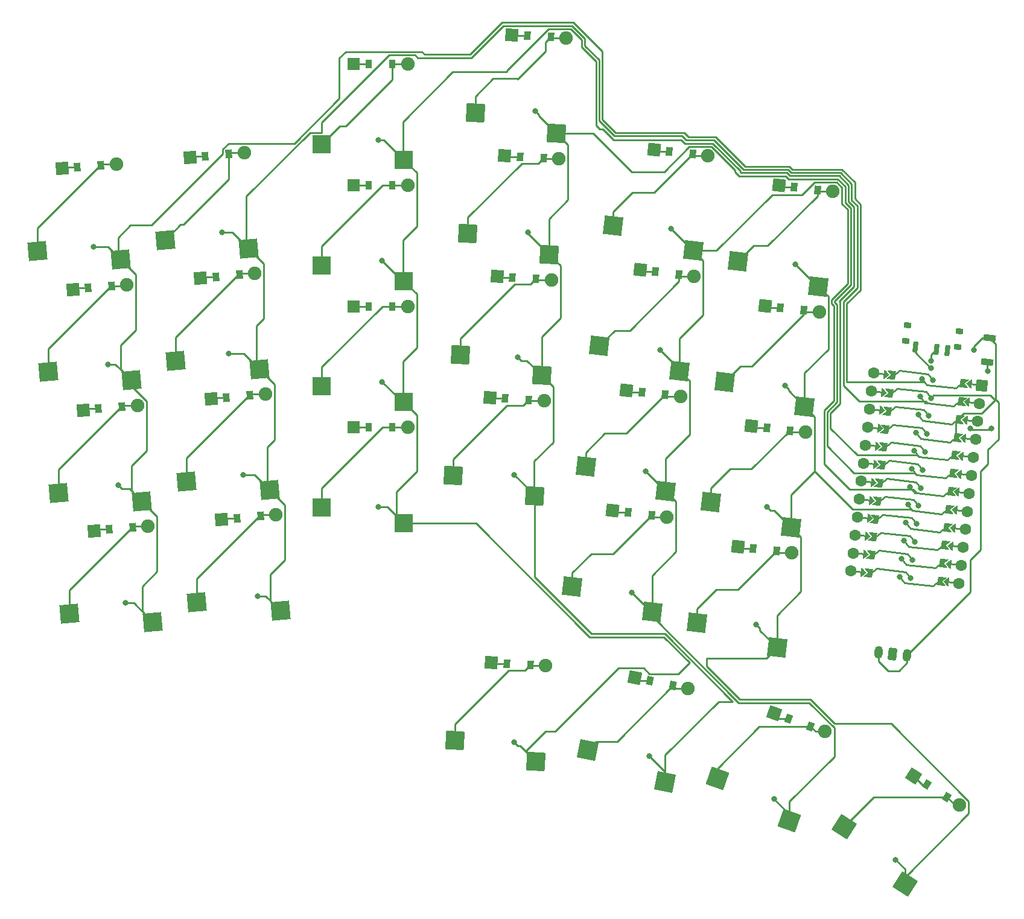
<source format=gbr>
%TF.GenerationSoftware,KiCad,Pcbnew,8.0.5-8.0.5-0~ubuntu22.04.1*%
%TF.CreationDate,2024-10-08T22:05:50+02:00*%
%TF.ProjectId,KeyboardV0,4b657962-6f61-4726-9456-302e6b696361,v1.0.0*%
%TF.SameCoordinates,Original*%
%TF.FileFunction,Copper,L2,Bot*%
%TF.FilePolarity,Positive*%
%FSLAX46Y46*%
G04 Gerber Fmt 4.6, Leading zero omitted, Abs format (unit mm)*
G04 Created by KiCad (PCBNEW 8.0.5-8.0.5-0~ubuntu22.04.1) date 2024-10-08 22:05:50*
%MOMM*%
%LPD*%
G01*
G04 APERTURE LIST*
G04 Aperture macros list*
%AMRoundRect*
0 Rectangle with rounded corners*
0 $1 Rounding radius*
0 $2 $3 $4 $5 $6 $7 $8 $9 X,Y pos of 4 corners*
0 Add a 4 corners polygon primitive as box body*
4,1,4,$2,$3,$4,$5,$6,$7,$8,$9,$2,$3,0*
0 Add four circle primitives for the rounded corners*
1,1,$1+$1,$2,$3*
1,1,$1+$1,$4,$5*
1,1,$1+$1,$6,$7*
1,1,$1+$1,$8,$9*
0 Add four rect primitives between the rounded corners*
20,1,$1+$1,$2,$3,$4,$5,0*
20,1,$1+$1,$4,$5,$6,$7,0*
20,1,$1+$1,$6,$7,$8,$9,0*
20,1,$1+$1,$8,$9,$2,$3,0*%
%AMHorizOval*
0 Thick line with rounded ends*
0 $1 width*
0 $2 $3 position (X,Y) of the first rounded end (center of the circle)*
0 $4 $5 position (X,Y) of the second rounded end (center of the circle)*
0 Add line between two ends*
20,1,$1,$2,$3,$4,$5,0*
0 Add two circle primitives to create the rounded ends*
1,1,$1,$2,$3*
1,1,$1,$4,$5*%
%AMRotRect*
0 Rectangle, with rotation*
0 The origin of the aperture is its center*
0 $1 length*
0 $2 width*
0 $3 Rotation angle, in degrees counterclockwise*
0 Add horizontal line*
21,1,$1,$2,0,0,$3*%
%AMFreePoly0*
4,1,6,0.600000,-0.250000,-0.600000,-0.250000,-0.600000,1.000000,0.000000,0.400000,0.600000,1.000000,0.600000,-0.250000,0.600000,-0.250000,$1*%
%AMFreePoly1*
4,1,5,0.125000,-0.500000,-0.125000,-0.500000,-0.125000,0.500000,0.125000,0.500000,0.125000,-0.500000,0.125000,-0.500000,$1*%
%AMFreePoly2*
4,1,6,0.600000,0.200000,0.000000,-0.400000,-0.599999,0.200000,-0.600000,0.400000,0.600000,0.400000,0.600000,0.200000,0.600000,0.200000,$1*%
G04 Aperture macros list end*
%TA.AperFunction,SMDPad,CuDef*%
%ADD10RotRect,2.600000X2.600000X176.500000*%
%TD*%
%TA.AperFunction,SMDPad,CuDef*%
%ADD11RotRect,2.600000X2.600000X173.500000*%
%TD*%
%TA.AperFunction,ComponentPad*%
%ADD12C,1.905000*%
%TD*%
%TA.AperFunction,SMDPad,CuDef*%
%ADD13R,0.900000X1.200000*%
%TD*%
%TA.AperFunction,ComponentPad*%
%ADD14R,1.778000X1.778000*%
%TD*%
%TA.AperFunction,SMDPad,CuDef*%
%ADD15RotRect,0.900000X1.200000X353.500000*%
%TD*%
%TA.AperFunction,ComponentPad*%
%ADD16RotRect,1.778000X1.778000X353.500000*%
%TD*%
%TA.AperFunction,SMDPad,CuDef*%
%ADD17RotRect,0.900000X1.200000X5.000000*%
%TD*%
%TA.AperFunction,ComponentPad*%
%ADD18RotRect,1.778000X1.778000X5.000000*%
%TD*%
%TA.AperFunction,SMDPad,CuDef*%
%ADD19RotRect,2.600000X2.600000X185.000000*%
%TD*%
%TA.AperFunction,SMDPad,CuDef*%
%ADD20RotRect,0.900000X1.700000X83.500000*%
%TD*%
%TA.AperFunction,SMDPad,CuDef*%
%ADD21R,2.600000X2.600000*%
%TD*%
%TA.AperFunction,SMDPad,CuDef*%
%ADD22FreePoly0,263.500000*%
%TD*%
%TA.AperFunction,SMDPad,CuDef*%
%ADD23FreePoly0,83.500000*%
%TD*%
%TA.AperFunction,ComponentPad*%
%ADD24C,1.600000*%
%TD*%
%TA.AperFunction,SMDPad,CuDef*%
%ADD25FreePoly1,83.500000*%
%TD*%
%TA.AperFunction,SMDPad,CuDef*%
%ADD26FreePoly2,83.500000*%
%TD*%
%TA.AperFunction,SMDPad,CuDef*%
%ADD27FreePoly2,263.500000*%
%TD*%
%TA.AperFunction,SMDPad,CuDef*%
%ADD28FreePoly1,263.500000*%
%TD*%
%TA.AperFunction,ComponentPad*%
%ADD29RotRect,1.600000X1.600000X263.500000*%
%TD*%
%TA.AperFunction,ComponentPad*%
%ADD30HorizOval,1.200000X-0.031131X-0.273232X0.031131X0.273232X0*%
%TD*%
%TA.AperFunction,ComponentPad*%
%ADD31RoundRect,0.250000X-0.418502X-0.581361X0.276998X-0.660604X0.418502X0.581361X-0.276998X0.660604X0*%
%TD*%
%TA.AperFunction,SMDPad,CuDef*%
%ADD32RotRect,0.900000X1.200000X356.500000*%
%TD*%
%TA.AperFunction,ComponentPad*%
%ADD33RotRect,1.778000X1.778000X356.500000*%
%TD*%
%TA.AperFunction,SMDPad,CuDef*%
%ADD34RotRect,2.600000X2.600000X147.500000*%
%TD*%
%TA.AperFunction,SMDPad,CuDef*%
%ADD35RotRect,0.900000X1.200000X327.500000*%
%TD*%
%TA.AperFunction,ComponentPad*%
%ADD36RotRect,1.778000X1.778000X327.500000*%
%TD*%
%TA.AperFunction,SMDPad,CuDef*%
%ADD37RotRect,2.600000X2.600000X168.500000*%
%TD*%
%TA.AperFunction,SMDPad,CuDef*%
%ADD38RotRect,2.600000X2.600000X160.500000*%
%TD*%
%TA.AperFunction,SMDPad,CuDef*%
%ADD39RotRect,0.700000X1.500000X173.500000*%
%TD*%
%TA.AperFunction,SMDPad,CuDef*%
%ADD40RotRect,1.000000X0.800000X173.500000*%
%TD*%
%TA.AperFunction,SMDPad,CuDef*%
%ADD41RotRect,0.900000X1.200000X340.500000*%
%TD*%
%TA.AperFunction,ComponentPad*%
%ADD42RotRect,1.778000X1.778000X340.500000*%
%TD*%
%TA.AperFunction,SMDPad,CuDef*%
%ADD43RotRect,0.900000X1.200000X348.500000*%
%TD*%
%TA.AperFunction,ComponentPad*%
%ADD44RotRect,1.778000X1.778000X348.500000*%
%TD*%
%TA.AperFunction,ViaPad*%
%ADD45C,0.800000*%
%TD*%
%TA.AperFunction,Conductor*%
%ADD46C,0.250000*%
%TD*%
G04 APERTURE END LIST*
D10*
%TO.P,S14,2*%
%TO.N,middle_home*%
X187825808Y-115276186D03*
%TO.P,S14,1*%
%TO.N,P3*%
X199219958Y-118177191D03*
%TD*%
D11*
%TO.P,S20,2*%
%TO.N,index_num*%
X209245610Y-97176268D03*
%TO.P,S20,1*%
%TO.N,P4*%
X220472315Y-100669620D03*
%TD*%
D12*
%TO.P,D9,2*%
%TO.N,ring_bottom*%
X180414947Y-125486129D03*
D13*
X178254947Y-125486132D03*
%TO.P,D9,1*%
%TO.N,P9*%
X174954947Y-125486128D03*
D14*
X172794947Y-125486131D03*
%TD*%
D12*
%TO.P,D21,2*%
%TO.N,inner_bottom*%
X234297779Y-143057184D03*
D15*
X232151664Y-142812665D03*
%TO.P,D21,1*%
%TO.N,P9*%
X228872876Y-142439095D03*
D16*
X226726761Y-142194576D03*
%TD*%
D12*
%TO.P,D4,2*%
%TO.N,outer_num*%
X139525987Y-88510482D03*
D17*
X137374204Y-88698738D03*
%TO.P,D4,1*%
%TO.N,P6*%
X134086762Y-88986350D03*
D18*
X131934979Y-89174606D03*
%TD*%
D19*
%TO.P,S5,2*%
%TO.N,pinky_bottom*%
X150843920Y-150008076D03*
%TO.P,S5,1*%
%TO.N,P0*%
X162541712Y-151193054D03*
%TD*%
D12*
%TO.P,D3,2*%
%TO.N,outer_top*%
X141007634Y-105445793D03*
D17*
X138855851Y-105634049D03*
%TO.P,D3,1*%
%TO.N,P7*%
X135568409Y-105921661D03*
D18*
X133416626Y-106109917D03*
%TD*%
D12*
%TO.P,D18,2*%
%TO.N,index_home*%
X218677549Y-121148089D03*
D15*
X216531434Y-120903570D03*
%TO.P,D18,1*%
%TO.N,P8*%
X213252646Y-120530000D03*
D16*
X211106531Y-120285481D03*
%TD*%
D19*
%TO.P,S6,2*%
%TO.N,pinky_home*%
X149362274Y-133072765D03*
%TO.P,S6,1*%
%TO.N,P0*%
X161060066Y-134257743D03*
%TD*%
D10*
%TO.P,S25,2*%
%TO.N,tuck_cluster*%
X187018421Y-169427900D03*
%TO.P,S25,1*%
%TO.N,P2*%
X198412571Y-172328905D03*
%TD*%
D11*
%TO.P,S21,2*%
%TO.N,inner_bottom*%
X221016930Y-152866804D03*
%TO.P,S21,1*%
%TO.N,P5*%
X232243635Y-156360156D03*
%TD*%
D20*
%TO.P,,2*%
%TO.N,GND*%
X262079306Y-112908342D03*
%TO.P,,1*%
%TO.N,RST*%
X261694416Y-116286486D03*
%TD*%
D21*
%TO.P,S10,2*%
%TO.N,ring_home*%
X168329947Y-119736131D03*
%TO.P,S10,1*%
%TO.N,P2*%
X179879947Y-121936131D03*
%TD*%
D22*
%TO.P,MCU1,24*%
%TO.N,P1*%
X258158194Y-119285448D03*
%TO.P,MCU1,23*%
%TO.N,P0*%
X257870658Y-121809120D03*
%TO.P,MCU1,22*%
%TO.N,GND*%
X257583119Y-124332793D03*
%TO.P,MCU1,21*%
X257295585Y-126856466D03*
%TO.P,MCU1,20*%
%TO.N,P2*%
X257008048Y-129380138D03*
%TO.P,MCU1,19*%
%TO.N,P3*%
X256720512Y-131903809D03*
%TO.P,MCU1,18*%
%TO.N,P4*%
X256432976Y-134427483D03*
%TO.P,MCU1,17*%
%TO.N,P5*%
X256145440Y-136951153D03*
%TO.P,MCU1,16*%
%TO.N,P6*%
X255857902Y-139474828D03*
%TO.P,MCU1,15*%
%TO.N,P7*%
X255570367Y-141998502D03*
%TO.P,MCU1,14*%
%TO.N,P8*%
X255282831Y-144522174D03*
%TO.P,MCU1,13*%
%TO.N,P9*%
X254995295Y-147045846D03*
D23*
%TO.P,MCU1,12*%
%TO.N,P10*%
X245405338Y-145953208D03*
%TO.P,MCU1,11*%
%TO.N,P16*%
X245692874Y-143429536D03*
%TO.P,MCU1,10*%
%TO.N,P14*%
X245980413Y-140905863D03*
%TO.P,MCU1,9*%
%TO.N,P15*%
X246267947Y-138382190D03*
%TO.P,MCU1,8*%
%TO.N,P18*%
X246555484Y-135858518D03*
%TO.P,MCU1,7*%
%TO.N,P19*%
X246843020Y-133334847D03*
%TO.P,MCU1,6*%
%TO.N,P20*%
X247130556Y-130811173D03*
%TO.P,MCU1,5*%
%TO.N,P21*%
X247418092Y-128287503D03*
%TO.P,MCU1,4*%
%TO.N,VCC*%
X247705630Y-125763828D03*
%TO.P,MCU1,3*%
%TO.N,RST*%
X247993165Y-123240154D03*
%TO.P,MCU1,2*%
%TO.N,GND*%
X248280701Y-120716482D03*
%TO.P,MCU1,1*%
%TO.N,RAW*%
X248568237Y-118192810D03*
D24*
%TO.P,MCU1,*%
%TO.N,*%
X242629300Y-145636917D03*
D25*
X243891136Y-145780686D03*
D26*
X244395870Y-145838195D03*
D27*
X256004765Y-147160860D03*
D28*
X256509498Y-147218367D03*
D24*
X257771335Y-147362133D03*
X242916836Y-143113245D03*
D25*
X244178671Y-143257014D03*
D26*
X244683406Y-143314521D03*
D27*
X256292300Y-144637185D03*
D28*
X256797035Y-144694695D03*
D24*
X258058871Y-144838463D03*
X243204372Y-140589572D03*
D25*
X244466208Y-140733341D03*
D26*
X244970943Y-140790849D03*
D27*
X256579836Y-142113515D03*
D28*
X257084571Y-142171022D03*
D24*
X258346407Y-142314789D03*
X243491908Y-138065902D03*
D25*
X244753744Y-138209669D03*
D26*
X245258479Y-138267176D03*
D27*
X256867372Y-139589842D03*
D28*
X257372107Y-139647350D03*
D24*
X258633943Y-139791118D03*
X243779445Y-135542227D03*
D25*
X245041279Y-135685996D03*
D26*
X245546015Y-135743504D03*
D27*
X257154907Y-137066170D03*
D28*
X257659644Y-137123678D03*
D24*
X258921479Y-137267445D03*
X244066981Y-133018556D03*
D25*
X245328817Y-133162324D03*
D26*
X245833549Y-133219831D03*
D27*
X257442444Y-134542497D03*
D28*
X257947179Y-134600005D03*
D24*
X259209013Y-134743774D03*
X244354519Y-130494882D03*
D25*
X245616353Y-130638651D03*
D26*
X246121088Y-130696159D03*
D27*
X257729983Y-132018825D03*
D28*
X258234715Y-132076332D03*
D24*
X259496551Y-132220100D03*
X244642053Y-127971211D03*
D25*
X245903888Y-128114978D03*
D26*
X246408625Y-128172486D03*
D27*
X258017517Y-129495152D03*
D28*
X258522253Y-129552660D03*
D24*
X259784087Y-129696429D03*
X244929589Y-125447538D03*
D25*
X246191425Y-125591306D03*
D26*
X246696160Y-125648814D03*
D27*
X258305053Y-126971480D03*
D28*
X258809788Y-127028987D03*
D24*
X260071624Y-127172754D03*
X245217125Y-122923867D03*
D25*
X246478961Y-123067634D03*
D26*
X246983696Y-123125141D03*
D27*
X258592589Y-124447807D03*
D28*
X259097324Y-124505315D03*
D24*
X260359160Y-124649084D03*
X245504661Y-120400193D03*
D25*
X246766497Y-120543961D03*
D26*
X247271232Y-120601471D03*
D27*
X258880126Y-121924135D03*
D28*
X259384861Y-121981642D03*
D24*
X260646696Y-122125411D03*
X245792197Y-117876523D03*
D25*
X247054034Y-118020289D03*
D26*
X247558767Y-118077796D03*
D27*
X259167662Y-119400461D03*
D28*
X259672396Y-119457970D03*
D29*
X260934232Y-119601739D03*
D24*
X260934232Y-119601739D03*
%TD*%
D30*
%TO.P,_3,3*%
%TO.N,GND*%
X246484737Y-157026585D03*
%TO.P,_3,2*%
X250459025Y-157479395D03*
D31*
%TO.P,_3,1*%
%TO.N,pos*%
X248471881Y-157252990D03*
%TD*%
D12*
%TO.P,D8,2*%
%TO.N,pinky_num*%
X157457491Y-86941680D03*
D17*
X155305708Y-87129936D03*
%TO.P,D8,1*%
%TO.N,P6*%
X152018266Y-87417548D03*
D18*
X149866483Y-87605804D03*
%TD*%
D12*
%TO.P,D23,2*%
%TO.N,inner_top*%
X238146689Y-109275739D03*
D15*
X236000574Y-109031220D03*
%TO.P,D23,1*%
%TO.N,P7*%
X232721786Y-108657650D03*
D16*
X230575671Y-108413131D03*
%TD*%
D12*
%TO.P,D12,2*%
%TO.N,ring_num*%
X180414946Y-74486134D03*
D13*
X178254946Y-74486137D03*
%TO.P,D12,1*%
%TO.N,P6*%
X174954946Y-74486133D03*
D14*
X172794946Y-74486136D03*
%TD*%
D12*
%TO.P,D17,2*%
%TO.N,index_bottom*%
X216753091Y-138038808D03*
D15*
X214606976Y-137794289D03*
%TO.P,D17,1*%
%TO.N,P9*%
X211328188Y-137420719D03*
D16*
X209182073Y-137176200D03*
%TD*%
D11*
%TO.P,S22,2*%
%TO.N,inner_home*%
X222941382Y-135976084D03*
%TO.P,S22,1*%
%TO.N,P5*%
X234168087Y-139469436D03*
%TD*%
%TO.P,S19,2*%
%TO.N,index_top*%
X207321153Y-114066989D03*
%TO.P,S19,1*%
%TO.N,P4*%
X218547858Y-117560341D03*
%TD*%
D10*
%TO.P,S15,2*%
%TO.N,middle_top*%
X188863634Y-98307898D03*
%TO.P,S15,1*%
%TO.N,P3*%
X200257784Y-101208903D03*
%TD*%
D12*
%TO.P,D14,2*%
%TO.N,middle_home*%
X200575063Y-104784941D03*
D32*
X198419092Y-104653076D03*
%TO.P,D14,1*%
%TO.N,P8*%
X195125246Y-104451616D03*
D33*
X192969275Y-104319751D03*
%TD*%
D11*
%TO.P,S17,2*%
%TO.N,index_bottom*%
X203472243Y-147848432D03*
%TO.P,S17,1*%
%TO.N,P4*%
X214698948Y-151341784D03*
%TD*%
D12*
%TO.P,D16,2*%
%TO.N,middle_num*%
X202650713Y-70848359D03*
D32*
X200494742Y-70716494D03*
%TO.P,D16,1*%
%TO.N,P6*%
X197200896Y-70515034D03*
D33*
X195044925Y-70383169D03*
%TD*%
D21*
%TO.P,S9,2*%
%TO.N,ring_bottom*%
X168329945Y-136736133D03*
%TO.P,S9,1*%
%TO.N,P2*%
X179879945Y-138936133D03*
%TD*%
D34*
%TO.P,S28,2*%
%TO.N,outer_cluster*%
X241621294Y-181486551D03*
%TO.P,S28,1*%
%TO.N,P5*%
X250180405Y-189547822D03*
%TD*%
D19*
%TO.P,S1,2*%
%TO.N,outer_bottom*%
X132912418Y-151576879D03*
%TO.P,S1,1*%
%TO.N,P1*%
X144610210Y-152761857D03*
%TD*%
D12*
%TO.P,D15,2*%
%TO.N,middle_top*%
X201612890Y-87816650D03*
D32*
X199456919Y-87684785D03*
%TO.P,D15,1*%
%TO.N,P7*%
X196163073Y-87483325D03*
D33*
X194007102Y-87351460D03*
%TD*%
D12*
%TO.P,D25,2*%
%TO.N,tuck_cluster*%
X199767673Y-158936656D03*
D32*
X197611702Y-158804791D03*
%TO.P,D25,1*%
%TO.N,P10*%
X194317856Y-158603331D03*
D33*
X192161885Y-158471466D03*
%TD*%
D12*
%TO.P,D19,2*%
%TO.N,index_top*%
X220602004Y-104257368D03*
D15*
X218455889Y-104012849D03*
%TO.P,D19,1*%
%TO.N,P7*%
X215177101Y-103639279D03*
D16*
X213030986Y-103394760D03*
%TD*%
D11*
%TO.P,S23,2*%
%TO.N,inner_top*%
X224865838Y-119085362D03*
%TO.P,S23,1*%
%TO.N,P5*%
X236092543Y-122578714D03*
%TD*%
D12*
%TO.P,D11,2*%
%TO.N,ring_top*%
X180414948Y-91486132D03*
D13*
X178254948Y-91486135D03*
%TO.P,D11,1*%
%TO.N,P7*%
X174954948Y-91486131D03*
D14*
X172794948Y-91486134D03*
%TD*%
D12*
%TO.P,D28,2*%
%TO.N,outer_cluster*%
X257858297Y-178491662D03*
D35*
X256036573Y-177331095D03*
%TO.P,D28,1*%
%TO.N,P10*%
X253253379Y-175558009D03*
D36*
X251431655Y-174397442D03*
%TD*%
D19*
%TO.P,S8,2*%
%TO.N,pinky_num*%
X146398978Y-99202143D03*
%TO.P,S8,1*%
%TO.N,P0*%
X158096770Y-100387121D03*
%TD*%
D10*
%TO.P,S16,2*%
%TO.N,middle_num*%
X189901459Y-81339604D03*
%TO.P,S16,1*%
%TO.N,P3*%
X201295609Y-84240609D03*
%TD*%
D37*
%TO.P,S26,2*%
%TO.N,inner_cluster*%
X205651496Y-170748983D03*
%TO.P,S26,1*%
%TO.N,P3*%
X216531019Y-175207516D03*
%TD*%
D12*
%TO.P,D10,2*%
%TO.N,ring_home*%
X180414946Y-108486134D03*
D13*
X178254946Y-108486137D03*
%TO.P,D10,1*%
%TO.N,P8*%
X174954946Y-108486133D03*
D14*
X172794946Y-108486136D03*
%TD*%
D12*
%TO.P,D6,2*%
%TO.N,pinky_home*%
X160420786Y-120812300D03*
D17*
X158269003Y-121000556D03*
%TO.P,D6,1*%
%TO.N,P8*%
X154981561Y-121288168D03*
D18*
X152829778Y-121476424D03*
%TD*%
D12*
%TO.P,D20,2*%
%TO.N,index_num*%
X222526458Y-87366646D03*
D15*
X220380343Y-87122127D03*
%TO.P,D20,1*%
%TO.N,P6*%
X217101555Y-86748557D03*
D16*
X214955440Y-86504038D03*
%TD*%
D21*
%TO.P,S11,2*%
%TO.N,ring_top*%
X168329948Y-102736131D03*
%TO.P,S11,1*%
%TO.N,P2*%
X179879948Y-104936131D03*
%TD*%
D12*
%TO.P,D5,2*%
%TO.N,pinky_bottom*%
X161902434Y-137747610D03*
D17*
X159750651Y-137935866D03*
%TO.P,D5,1*%
%TO.N,P9*%
X156463209Y-138223478D03*
D18*
X154311426Y-138411734D03*
%TD*%
D19*
%TO.P,S4,2*%
%TO.N,outer_num*%
X128467474Y-100770948D03*
%TO.P,S4,1*%
%TO.N,P1*%
X140165266Y-101955926D03*
%TD*%
D10*
%TO.P,S13,1*%
%TO.N,P3*%
X198182133Y-135145485D03*
%TO.P,S13,2*%
%TO.N,middle_bottom*%
X186787983Y-132244480D03*
%TD*%
D38*
%TO.P,S27,2*%
%TO.N,center_cluster*%
X223837230Y-174719578D03*
%TO.P,S27,1*%
%TO.N,P4*%
X233990364Y-180648858D03*
%TD*%
D12*
%TO.P,D1,2*%
%TO.N,outer_bottom*%
X143970932Y-139316411D03*
D17*
X141819149Y-139504667D03*
%TO.P,D1,1*%
%TO.N,P9*%
X138531707Y-139792279D03*
D18*
X136379924Y-139980535D03*
%TD*%
D12*
%TO.P,D7,2*%
%TO.N,pinky_top*%
X158939139Y-103876990D03*
D17*
X156787356Y-104065246D03*
%TO.P,D7,1*%
%TO.N,P7*%
X153499914Y-104352858D03*
D18*
X151348131Y-104541114D03*
%TD*%
D11*
%TO.P,S18,2*%
%TO.N,index_home*%
X205396700Y-130957710D03*
%TO.P,S18,1*%
%TO.N,P4*%
X216623405Y-134451062D03*
%TD*%
D12*
%TO.P,D2,2*%
%TO.N,outer_home*%
X142489280Y-122381102D03*
D17*
X140337497Y-122569358D03*
%TO.P,D2,1*%
%TO.N,P8*%
X137050055Y-122856970D03*
D18*
X134898272Y-123045226D03*
%TD*%
D11*
%TO.P,S24,2*%
%TO.N,inner_num*%
X226790293Y-102194639D03*
%TO.P,S24,1*%
%TO.N,P5*%
X238016998Y-105687991D03*
%TD*%
D21*
%TO.P,S12,2*%
%TO.N,ring_num*%
X168329946Y-85736132D03*
%TO.P,S12,1*%
%TO.N,P2*%
X179879946Y-87936132D03*
%TD*%
D19*
%TO.P,S2,2*%
%TO.N,outer_home*%
X131430769Y-134641570D03*
%TO.P,S2,1*%
%TO.N,P1*%
X143128561Y-135826548D03*
%TD*%
%TO.P,S3,1*%
%TO.N,P1*%
X141646913Y-118891235D03*
%TO.P,S3,2*%
%TO.N,outer_top*%
X129949121Y-117706257D03*
%TD*%
D39*
%TO.P,,3*%
%TO.N,N/C*%
X256092314Y-114661865D03*
%TO.P,,2*%
%TO.N,RAW*%
X254601955Y-114492060D03*
%TO.P,,1*%
%TO.N,pos*%
X251621241Y-114152452D03*
D40*
%TO.P,,*%
%TO.N,*%
X250554000Y-111152352D03*
X250303821Y-113348144D03*
X257807076Y-111978734D03*
X257556898Y-114174528D03*
%TD*%
D19*
%TO.P,S7,2*%
%TO.N,pinky_top*%
X147880624Y-116137455D03*
%TO.P,S7,1*%
%TO.N,P0*%
X159578416Y-117322433D03*
%TD*%
D12*
%TO.P,D22,2*%
%TO.N,inner_home*%
X236222230Y-126166461D03*
D15*
X234076115Y-125921942D03*
%TO.P,D22,1*%
%TO.N,P8*%
X230797327Y-125548372D03*
D16*
X228651212Y-125303853D03*
%TD*%
D12*
%TO.P,D13,2*%
%TO.N,middle_bottom*%
X199537236Y-121753235D03*
D32*
X197381265Y-121621370D03*
%TO.P,D13,1*%
%TO.N,P9*%
X194087419Y-121419910D03*
D33*
X191931448Y-121288045D03*
%TD*%
D12*
%TO.P,D27,2*%
%TO.N,center_cluster*%
X238984381Y-168148917D03*
D41*
X236948275Y-167427891D03*
%TO.P,D27,1*%
%TO.N,P10*%
X233837559Y-166326333D03*
D42*
X231801453Y-165605307D03*
%TD*%
D12*
%TO.P,D26,2*%
%TO.N,inner_cluster*%
X219736778Y-162134193D03*
D43*
X217620141Y-161703557D03*
%TO.P,D26,1*%
%TO.N,P10*%
X214386389Y-161045645D03*
D44*
X212269752Y-160615009D03*
%TD*%
D12*
%TO.P,D24,2*%
%TO.N,inner_num*%
X240071141Y-92385017D03*
D15*
X237925026Y-92140498D03*
%TO.P,D24,1*%
%TO.N,P6*%
X234646238Y-91766928D03*
D16*
X232500123Y-91522409D03*
%TD*%
D45*
%TO.N,P1*%
X252606115Y-118652866D03*
X140829093Y-150119935D03*
X139829095Y-133619935D03*
X138329093Y-116619933D03*
X136329093Y-100119935D03*
%TO.N,P0*%
X157329093Y-132119934D03*
X252318575Y-121176541D03*
X159329092Y-149119934D03*
X154329095Y-98119936D03*
X155329094Y-115119934D03*
%TO.N,P2*%
X251455966Y-128747559D03*
X176329096Y-85119930D03*
X176329094Y-136619935D03*
X195329095Y-169619934D03*
X176829094Y-102119936D03*
X176829092Y-119119933D03*
%TO.N,P3*%
X195829094Y-115619936D03*
X195329093Y-132119934D03*
X251168430Y-131271236D03*
X197329093Y-98119937D03*
X198329092Y-81119935D03*
X214329096Y-171619936D03*
%TO.N,P4*%
X250880896Y-133794905D03*
X211829094Y-148619934D03*
X231830933Y-177616095D03*
X213829094Y-131619935D03*
X215829095Y-114619936D03*
X217329093Y-97619933D03*
%TO.N,P5*%
X248829092Y-186119932D03*
X230829094Y-136619936D03*
X233329094Y-119619934D03*
X234829093Y-102619934D03*
X250593359Y-136318580D03*
X229329092Y-153119935D03*
%TO.N,P9*%
X249443217Y-146413268D03*
%TO.N,P8*%
X249730751Y-143889593D03*
%TO.N,P7*%
X250018286Y-141365923D03*
%TO.N,P6*%
X250305821Y-138842249D03*
%TO.N,P10*%
X250957416Y-146585789D03*
%TO.N,RAW*%
X253829094Y-116119934D03*
X254120315Y-118825393D03*
%TO.N,GND*%
X252031042Y-123700214D03*
X259829094Y-114619935D03*
X253832781Y-121349067D03*
X251743505Y-126223887D03*
%TO.N,RST*%
X259329093Y-125619935D03*
X253545241Y-123872736D03*
X262329092Y-125619936D03*
X261841745Y-117607281D03*
%TO.N,VCC*%
X253257707Y-126396409D03*
%TO.N,P21*%
X252970174Y-128920082D03*
%TO.N,P20*%
X252682634Y-131443757D03*
%TO.N,P19*%
X252395097Y-133967429D03*
%TO.N,P18*%
X252107565Y-136491100D03*
%TO.N,P15*%
X251820028Y-139014773D03*
%TO.N,P14*%
X251532490Y-141538447D03*
%TO.N,P16*%
X251244956Y-144062117D03*
%TO.N,pos*%
X253829096Y-117119935D03*
%TD*%
D46*
%TO.N,P2*%
X198412570Y-172328909D02*
X197016342Y-170932681D01*
X201136248Y-168119935D02*
X210014565Y-159241616D01*
X197016342Y-170932681D02*
X197016346Y-170838985D01*
X197016346Y-170838985D02*
X199735396Y-168119936D01*
X213527738Y-159241614D02*
X214329090Y-160042972D01*
X199735396Y-168119936D02*
X201136248Y-168119935D01*
X214329090Y-160042972D02*
X218406054Y-160042973D01*
X210014565Y-159241616D02*
X213527738Y-159241614D01*
X216324499Y-154888132D02*
X205960899Y-154888134D01*
X218406054Y-160042973D02*
X219942700Y-158506330D01*
X219942700Y-158506330D02*
X216324499Y-154888132D01*
X205960899Y-154888134D02*
X190008899Y-138936132D01*
X190008899Y-138936132D02*
X179879944Y-138936129D01*
%TO.N,P5*%
X232243634Y-156360160D02*
X230739376Y-157864420D01*
X236948452Y-163669937D02*
X240329093Y-167050574D01*
X230739376Y-157864420D02*
X222329097Y-157864420D01*
X222329097Y-157864420D02*
X222329092Y-158983539D01*
X250180405Y-188604466D02*
X250180406Y-189547824D01*
X222329092Y-158983539D02*
X227015491Y-163669935D01*
X227015491Y-163669935D02*
X236948452Y-163669937D01*
X240329093Y-167050574D02*
X248223868Y-167050576D01*
X248223868Y-167050576D02*
X259135803Y-177962506D01*
X259135803Y-177962506D02*
X259135799Y-179649071D01*
X259135799Y-179649071D02*
X250180405Y-188604466D01*
%TO.N,P1*%
X141646914Y-118891239D02*
X141646913Y-119732076D01*
X223595592Y-84719934D02*
X227739145Y-88863487D01*
X252598864Y-118664345D02*
X253273228Y-119512135D01*
X233976579Y-88863488D02*
X234388282Y-89275191D01*
X207729091Y-72747140D02*
X207729093Y-82247141D01*
X242002699Y-108119935D02*
X242002699Y-119119934D01*
X207729093Y-82247141D02*
X209583689Y-84101733D01*
X252881027Y-119119935D02*
X253273228Y-119512135D01*
X253273228Y-119512135D02*
X257303153Y-119971287D01*
X234388282Y-89275191D02*
X241313558Y-89275189D01*
X145248427Y-145700601D02*
X143148690Y-147800340D01*
X164559751Y-85619936D02*
X170829092Y-79350590D01*
X170829092Y-79350590D02*
X170829095Y-73619934D01*
X143766778Y-128720288D02*
X141625524Y-130861546D01*
X219829094Y-84719934D02*
X223595592Y-84719934D01*
X170829095Y-73619934D02*
X171690395Y-72758632D01*
X243148644Y-91110277D02*
X243148644Y-93393900D01*
X143766779Y-121851944D02*
X143766778Y-128720288D01*
X142285131Y-104075794D02*
X142285130Y-111784981D01*
X144610209Y-152761856D02*
X141968284Y-150119936D01*
X241313558Y-89275189D02*
X243148644Y-91110277D01*
X136329093Y-100119935D02*
X138329274Y-100119934D01*
X257303153Y-119971287D02*
X258150947Y-119296922D01*
X143128560Y-135826549D02*
X145248427Y-137946416D01*
X141421946Y-134119935D02*
X143128560Y-135826549D01*
X140165265Y-101955925D02*
X142285131Y-104075794D01*
X155297009Y-85619935D02*
X164559751Y-85619936D01*
X140102353Y-117346676D02*
X141646914Y-118891239D01*
X243927154Y-94172409D02*
X243927152Y-106195479D01*
X182829090Y-73169934D02*
X189142699Y-73169935D01*
X203648507Y-68666556D02*
X207729091Y-72747140D01*
X242002699Y-119119934D02*
X252881027Y-119119935D01*
X171690395Y-72758632D02*
X182417793Y-72758631D01*
X141625524Y-130861546D02*
X141625518Y-134323507D01*
X209583689Y-84101733D02*
X219210894Y-84101737D01*
X141646913Y-119732076D02*
X143766779Y-121851944D01*
X154480129Y-86436817D02*
X155297009Y-85619935D01*
X243927152Y-106195479D02*
X242002699Y-108119935D01*
X139816958Y-101607619D02*
X139816957Y-98837306D01*
X142285130Y-111784981D02*
X140102351Y-113967759D01*
X143148689Y-151300340D02*
X144610209Y-152761856D01*
X154480125Y-87119936D02*
X154480129Y-86436817D01*
X141534327Y-97119935D02*
X144480129Y-97119935D01*
X143148690Y-147800340D02*
X143148689Y-151300340D01*
X145248427Y-137946416D02*
X145248427Y-145700601D01*
X140329092Y-134119933D02*
X141421946Y-134119935D01*
X189142699Y-73169935D02*
X193646079Y-68666557D01*
X141968284Y-150119936D02*
X140829093Y-150119935D01*
X144480129Y-97119935D02*
X154480125Y-87119936D01*
X219210894Y-84101737D02*
X219829094Y-84719934D01*
X138329274Y-100119934D02*
X140165265Y-101955925D01*
X139829095Y-133619935D02*
X140329092Y-134119933D01*
X193646079Y-68666557D02*
X203648507Y-68666556D01*
X140165265Y-101955925D02*
X139816958Y-101607619D01*
X141625518Y-134323507D02*
X143128560Y-135826549D01*
X139816957Y-98837306D02*
X141534327Y-97119935D01*
X140102351Y-113967759D02*
X140102353Y-117346676D01*
X243148644Y-93393900D02*
X243927154Y-94172409D01*
X227739145Y-88863487D02*
X233976579Y-88863488D01*
X182417793Y-72758631D02*
X182829090Y-73169934D01*
X139375611Y-116619932D02*
X141646914Y-118891239D01*
X138329093Y-116619933D02*
X139375611Y-116619932D01*
%TO.N,outer_bottom*%
X142007402Y-139316412D02*
X141819145Y-139504667D01*
X141710965Y-139504668D02*
X141819145Y-139504667D01*
X132912418Y-148303214D02*
X141710965Y-139504668D01*
X132912416Y-151576880D02*
X132912418Y-148303214D01*
X143970928Y-139316413D02*
X142007402Y-139316412D01*
%TO.N,outer_home*%
X131430769Y-134641567D02*
X131430769Y-131367905D01*
X142489281Y-122381099D02*
X140525757Y-122381101D01*
X131430769Y-131367905D02*
X140229315Y-122569358D01*
X140525757Y-122381101D02*
X140337499Y-122569354D01*
X140229315Y-122569358D02*
X140337499Y-122569354D01*
%TO.N,outer_top*%
X129949123Y-117706258D02*
X129949122Y-114432591D01*
X140819377Y-105634048D02*
X141007635Y-105445792D01*
X138855854Y-105634047D02*
X140819377Y-105634048D01*
X138747667Y-105634046D02*
X138855854Y-105634047D01*
X129949122Y-114432591D02*
X138747667Y-105634046D01*
%TO.N,outer_num*%
X137266018Y-88698736D02*
X137374205Y-88698738D01*
X128467473Y-100770950D02*
X128467474Y-97497282D01*
X139525985Y-88510482D02*
X137562458Y-88510482D01*
X128467474Y-97497282D02*
X137266018Y-88698736D01*
X137562458Y-88510482D02*
X137374205Y-88698738D01*
%TO.N,P0*%
X161148844Y-146117885D02*
X161148843Y-149800187D01*
X168329092Y-84111133D02*
X168329094Y-82711986D01*
X157748466Y-93067615D02*
X166704946Y-84111133D01*
X166704946Y-84111133D02*
X168329092Y-84111133D01*
X243477153Y-105881064D02*
X241552701Y-107805514D01*
X205279095Y-71933537D02*
X207279094Y-73933539D01*
X160711760Y-133909440D02*
X161060063Y-134257743D01*
X257015619Y-122494961D02*
X257863412Y-121820595D01*
X159578416Y-117322435D02*
X161698285Y-119442303D01*
X252985692Y-122035806D02*
X253329094Y-122074933D01*
X155829579Y-98119936D02*
X158096771Y-100387126D01*
X155329094Y-115119934D02*
X157375918Y-115119934D01*
X161698285Y-119442303D02*
X161698283Y-127250743D01*
X203462113Y-69116556D02*
X205279094Y-70933538D01*
X193832474Y-69116555D02*
X203462113Y-69116556D01*
X158096771Y-100387126D02*
X160216637Y-102506990D01*
X159230112Y-111218916D02*
X159230110Y-116974127D01*
X209397294Y-84551736D02*
X218897289Y-84551737D01*
X157329093Y-132119934D02*
X158922255Y-132119935D01*
X242698645Y-91296671D02*
X242698643Y-93580295D01*
X168329094Y-82711986D02*
X177832447Y-73208636D01*
X253329094Y-122074933D02*
X257015619Y-122494961D01*
X207279094Y-73933539D02*
X207279094Y-82433540D01*
X252311332Y-121188018D02*
X252985692Y-122035806D01*
X233790183Y-89313485D02*
X234201887Y-89725191D01*
X241127157Y-89725191D02*
X242698645Y-91296671D01*
X161698283Y-127250743D02*
X160711759Y-128237269D01*
X177832447Y-73208636D02*
X181417792Y-73208634D01*
X205279094Y-70933538D02*
X205279095Y-71933537D01*
X158922255Y-132119935D02*
X161060063Y-134257743D01*
X157375918Y-115119934D02*
X159578416Y-117322435D01*
X160711759Y-128237269D02*
X160711760Y-133909440D01*
X181417792Y-73208634D02*
X181829095Y-73619935D01*
X189329091Y-73619936D02*
X193832474Y-69116555D01*
X154329095Y-98119936D02*
X155829579Y-98119936D01*
X227552752Y-89313486D02*
X233790183Y-89313485D01*
X243731632Y-121798869D02*
X253053029Y-121798866D01*
X157748463Y-100038819D02*
X157748466Y-93067615D01*
X160216635Y-110232391D02*
X159230112Y-111218916D01*
X159329092Y-149119934D02*
X160468589Y-149119934D01*
X243477152Y-94358806D02*
X243477153Y-105881064D01*
X161148843Y-149800187D02*
X162541714Y-151193055D01*
X159230110Y-116974127D02*
X159578416Y-117322435D01*
X218897289Y-84551737D02*
X219515488Y-85169937D01*
X242698643Y-93580295D02*
X243477152Y-94358806D01*
X241552696Y-119619933D02*
X243731632Y-121798869D01*
X161060063Y-134257743D02*
X163179930Y-136377614D01*
X234201887Y-89725191D02*
X241127157Y-89725191D01*
X160216637Y-102506990D02*
X160216635Y-110232391D01*
X207279094Y-82433540D02*
X209397294Y-84551736D01*
X163179933Y-144086796D02*
X161148844Y-146117885D01*
X223409197Y-85169935D02*
X227552752Y-89313486D01*
X181829095Y-73619935D02*
X189329091Y-73619936D01*
X160468589Y-149119934D02*
X162541714Y-151193055D01*
X158096771Y-100387126D02*
X157748463Y-100038819D01*
X241552701Y-107805514D02*
X241552696Y-119619933D01*
X253053029Y-121798866D02*
X253329094Y-122074933D01*
X219515488Y-85169937D02*
X223409197Y-85169935D01*
X163179930Y-136377614D02*
X163179933Y-144086796D01*
%TO.N,pinky_bottom*%
X150843923Y-146734410D02*
X159642469Y-137935863D01*
X159938907Y-137747607D02*
X159750650Y-137935863D01*
X150843922Y-150008076D02*
X150843923Y-146734410D01*
X159642469Y-137935863D02*
X159750650Y-137935863D01*
X161902431Y-137747607D02*
X159938907Y-137747607D01*
%TO.N,pinky_home*%
X149362275Y-129799099D02*
X158160819Y-121000556D01*
X158160819Y-121000556D02*
X158269003Y-121000554D01*
X149362273Y-133072767D02*
X149362275Y-129799099D01*
X160420786Y-120812300D02*
X158457260Y-120812298D01*
X158457260Y-120812298D02*
X158269003Y-121000554D01*
%TO.N,pinky_top*%
X147880628Y-116137455D02*
X147880622Y-112863791D01*
X156679170Y-104065246D02*
X156787355Y-104065245D01*
X156975612Y-103876990D02*
X156787355Y-104065245D01*
X158939137Y-103876985D02*
X156975612Y-103876990D01*
X147880622Y-112863791D02*
X156679170Y-104065246D01*
%TO.N,pinky_num*%
X146398976Y-99202146D02*
X148559410Y-97041713D01*
X157457487Y-86941680D02*
X155493962Y-86941676D01*
X155305708Y-90643321D02*
X155305708Y-87129933D01*
X148907319Y-97041710D02*
X155305708Y-90643321D01*
X148559410Y-97041713D02*
X148907319Y-97041710D01*
X155493962Y-86941676D02*
X155305708Y-87129933D01*
%TO.N,P2*%
X234015490Y-90175192D02*
X240940763Y-90175192D01*
X181692447Y-106748635D02*
X181692446Y-114256578D01*
X176829092Y-119119933D02*
X179645293Y-121936134D01*
X178829094Y-137885279D02*
X179879944Y-138936129D01*
X239729090Y-125619937D02*
X243479045Y-129369887D01*
X176329094Y-136619935D02*
X177563749Y-136619931D01*
X241102698Y-122119124D02*
X239729092Y-123492726D01*
X179729948Y-116219082D02*
X179729944Y-121786133D01*
X179729947Y-87786132D02*
X179729948Y-82627448D01*
X176329096Y-85119930D02*
X177063746Y-85119933D01*
X243479045Y-129369887D02*
X251886146Y-129369887D01*
X227109044Y-89506175D02*
X227109041Y-89763488D01*
X219329094Y-85619934D02*
X223222802Y-85619936D01*
X179879945Y-104936135D02*
X181692447Y-106748635D01*
X181692447Y-97256581D02*
X179729945Y-99219082D01*
X256153012Y-130065976D02*
X257000802Y-129391614D01*
X209329094Y-85119936D02*
X218829094Y-85119933D01*
X176829094Y-102119936D02*
X179645293Y-104936133D01*
X179879946Y-87936133D02*
X181692444Y-89748632D01*
X179729944Y-121786133D02*
X179879948Y-121936133D01*
X179645293Y-121936134D02*
X179879948Y-121936133D01*
X181692448Y-123748634D02*
X181692446Y-131664949D01*
X204829093Y-72119935D02*
X206829094Y-74119934D01*
X218829094Y-85119933D02*
X219329094Y-85619934D01*
X251886146Y-129369887D02*
X252123083Y-129606824D01*
X233603786Y-89763489D02*
X234015490Y-90175192D01*
X181692444Y-89748632D02*
X181692447Y-97256581D01*
X242248640Y-91483067D02*
X242248641Y-93766692D01*
X206829094Y-74119934D02*
X206829093Y-83119936D01*
X181692446Y-114256578D02*
X179729948Y-116219082D01*
X179879948Y-121936133D02*
X181692448Y-123748634D01*
X179729948Y-82627448D02*
X186737460Y-75619934D01*
X179645293Y-104936133D02*
X179879945Y-104936135D01*
X223222802Y-85619936D02*
X227109044Y-89506175D01*
X204829092Y-71119935D02*
X204829093Y-72119935D01*
X203280017Y-69570859D02*
X204829092Y-71119935D01*
X177563749Y-136619931D02*
X179879944Y-138936129D01*
X251448720Y-128759037D02*
X252123083Y-129606824D01*
X194329096Y-75619935D02*
X194329092Y-75383639D01*
X195829092Y-170119933D02*
X196203596Y-170119937D01*
X179879946Y-87936133D02*
X179729947Y-87786132D01*
X240965490Y-107756330D02*
X241102696Y-107893540D01*
X243027153Y-105694664D02*
X240965490Y-107756330D01*
X181692446Y-131664949D02*
X178829096Y-134528303D01*
X241102696Y-107893540D02*
X241102698Y-122119124D01*
X186737460Y-75619934D02*
X194329096Y-75619935D01*
X195329095Y-169619934D02*
X195829092Y-170119933D01*
X239729092Y-123492726D02*
X239729090Y-125619937D01*
X179729946Y-104786132D02*
X179879945Y-104936135D01*
X207829093Y-83619934D02*
X209329094Y-85119936D01*
X196203596Y-170119937D02*
X198412570Y-172328909D01*
X240940763Y-90175192D02*
X242248640Y-91483067D01*
X206829093Y-83119936D02*
X207329095Y-83619934D01*
X207329095Y-83619934D02*
X207829093Y-83619934D01*
X227109041Y-89763488D02*
X233603786Y-89763489D01*
X252123083Y-129606824D02*
X256153012Y-130065976D01*
X200141873Y-69570860D02*
X203280017Y-69570859D01*
X242248641Y-93766692D02*
X243027154Y-94545202D01*
X194329092Y-75383639D02*
X200141873Y-69570860D01*
X177063746Y-85119933D02*
X179879946Y-87936133D01*
X178829096Y-134528303D02*
X178829094Y-137885279D01*
X179729945Y-99219082D02*
X179729946Y-104786132D01*
X243027154Y-94545202D02*
X243027153Y-105694664D01*
%TO.N,ring_bottom*%
X176871263Y-125486135D02*
X178254945Y-125486133D01*
X168329945Y-136736134D02*
X168329948Y-134027449D01*
X180414949Y-125486134D02*
X178254945Y-125486133D01*
X168329948Y-134027449D02*
X176871263Y-125486135D01*
%TO.N,ring_home*%
X176871264Y-108486133D02*
X178254945Y-108486133D01*
X168329945Y-119736132D02*
X168329945Y-117027451D01*
X168329945Y-117027451D02*
X176871264Y-108486133D01*
X180414944Y-108486133D02*
X178254945Y-108486133D01*
%TO.N,ring_top*%
X180414949Y-91486133D02*
X178254947Y-91486134D01*
X168329950Y-102736133D02*
X168329945Y-100027449D01*
X168329945Y-100027449D02*
X176871262Y-91486134D01*
X176871262Y-91486134D02*
X178254947Y-91486134D01*
%TO.N,ring_num*%
X171736995Y-83212032D02*
X178254949Y-76694080D01*
X170854047Y-83212034D02*
X171736995Y-83212032D01*
X178254949Y-76694080D02*
X178254948Y-74486134D01*
X168329944Y-85736134D02*
X170854047Y-83212034D01*
X180414947Y-74486132D02*
X178254948Y-74486134D01*
%TO.N,P3*%
X233417389Y-90213486D02*
X233829097Y-90625192D01*
X198182133Y-135145485D02*
X198182134Y-146472973D01*
X201852565Y-102803683D02*
X201852563Y-110096464D01*
X202890389Y-85835389D02*
X202890391Y-93558638D01*
X211829093Y-89619935D02*
X216396642Y-89619933D01*
X240329092Y-107756330D02*
X240329094Y-107938444D01*
X200238869Y-96210156D02*
X200238874Y-101189992D01*
X200814740Y-127560216D02*
X198163221Y-130211732D01*
X201295611Y-84240611D02*
X206449773Y-84240610D01*
X200238874Y-101189992D02*
X200257785Y-101208903D01*
X200257785Y-101208903D02*
X201852565Y-102803683D01*
X198829094Y-81774093D02*
X201295611Y-84240611D01*
X240754368Y-90625189D02*
X241798641Y-91669463D01*
X240652697Y-108262049D02*
X240652699Y-121932725D01*
X201852563Y-110096464D02*
X199201048Y-112747978D01*
X206449773Y-84240610D02*
X211829093Y-89619935D01*
X195829094Y-115619936D02*
X196329095Y-116119933D01*
X216531015Y-173821858D02*
X216531015Y-175207517D01*
X199219959Y-118177194D02*
X200814739Y-119771970D01*
X243052716Y-131893560D02*
X251602719Y-131893556D01*
X216531016Y-171453445D02*
X216531015Y-175207517D01*
X242577150Y-94731597D02*
X242577154Y-105508268D01*
X251161187Y-131282705D02*
X251835546Y-132130498D01*
X214329096Y-171619936D02*
X216531015Y-173821858D01*
X206147289Y-154438132D02*
X216510898Y-154438133D01*
X219927432Y-86089144D02*
X223055615Y-86089143D01*
X239279093Y-123306330D02*
X239279094Y-128119934D01*
X241798641Y-93953086D02*
X242577150Y-94731597D01*
X255865476Y-132589648D02*
X256713264Y-131915287D01*
X199201048Y-112747978D02*
X199201048Y-118158283D01*
X226010896Y-163938133D02*
X224046332Y-163938133D01*
X201295611Y-84240611D02*
X202890389Y-85835389D01*
X233829097Y-90625192D02*
X240754368Y-90625189D01*
X240329094Y-107938444D02*
X240652697Y-108262049D01*
X196329095Y-116119933D02*
X197162700Y-116119936D01*
X226329092Y-89362622D02*
X226329091Y-89619932D01*
X198163223Y-135126573D02*
X198182133Y-135145485D01*
X198163221Y-130211732D02*
X198163223Y-135126573D01*
X226922646Y-90213486D02*
X233417389Y-90213486D01*
X240652699Y-121932725D02*
X239279093Y-123306330D01*
X216510898Y-154438133D02*
X226010896Y-163938133D01*
X202890391Y-93558638D02*
X200238869Y-96210156D01*
X226329091Y-89619932D02*
X226922646Y-90213486D01*
X198329092Y-81119935D02*
X198829093Y-81619936D01*
X197329096Y-98280214D02*
X200257785Y-101208903D01*
X239279094Y-128119934D02*
X243052716Y-131893560D01*
X251602719Y-131893556D02*
X251840185Y-132131024D01*
X198182134Y-146472973D02*
X206147289Y-154438132D01*
X198182132Y-134972974D02*
X198182133Y-135145485D01*
X251835546Y-132130498D02*
X251840185Y-132131024D01*
X242577154Y-105508268D02*
X240329092Y-107756330D01*
X200814739Y-119771970D02*
X200814740Y-127560216D01*
X199201048Y-118158283D02*
X199219959Y-118177194D01*
X197162700Y-116119936D02*
X199219959Y-118177194D01*
X241798641Y-91669463D02*
X241798641Y-93953086D01*
X251840185Y-132131024D02*
X255865476Y-132589648D01*
X197329093Y-98119937D02*
X197329096Y-98280214D01*
X198829093Y-81619936D02*
X198829094Y-81774093D01*
X195329093Y-132119934D02*
X198182132Y-134972974D01*
X216396642Y-89619933D02*
X219927432Y-86089144D01*
X223055615Y-86089143D02*
X226329092Y-89362622D01*
X224046332Y-163938133D02*
X216531016Y-171453445D01*
%TO.N,middle_bottom*%
X197513133Y-121753234D02*
X197381267Y-121621371D01*
X194352677Y-122371262D02*
X196631373Y-122371264D01*
X186787983Y-132244479D02*
X186787982Y-129935957D01*
X196631373Y-122371264D02*
X197381267Y-121621371D01*
X199537237Y-121753233D02*
X197513133Y-121753234D01*
X186787982Y-129935957D02*
X194352677Y-122371262D01*
%TO.N,middle_home*%
X200575068Y-104784943D02*
X198550956Y-104784943D01*
X197669199Y-105402971D02*
X198419093Y-104653080D01*
X198550956Y-104784943D02*
X198419093Y-104653080D01*
X187825810Y-115276188D02*
X187825811Y-112967664D01*
X187825811Y-112967664D02*
X195390501Y-105402969D01*
X195390501Y-105402969D02*
X197669199Y-105402971D01*
%TO.N,middle_top*%
X196428328Y-88434676D02*
X198707024Y-88434679D01*
X188863635Y-98307896D02*
X188863635Y-95999373D01*
X198707024Y-88434679D02*
X199456918Y-87684788D01*
X199588783Y-87816649D02*
X199456918Y-87684788D01*
X201612890Y-87816653D02*
X199588783Y-87816649D01*
X188863635Y-95999373D02*
X196428328Y-88434676D01*
%TO.N,middle_num*%
X189901458Y-79031082D02*
X192392432Y-76540107D01*
X199744846Y-72704179D02*
X199744851Y-71466389D01*
X195749267Y-76540109D02*
X195829092Y-76619934D01*
X189901459Y-81339605D02*
X189901458Y-79031082D01*
X199744851Y-71466389D02*
X200494742Y-70716495D01*
X200626608Y-70848361D02*
X200494742Y-70716495D01*
X192392432Y-76540107D02*
X195749267Y-76540109D01*
X202650713Y-70848361D02*
X200626608Y-70848361D01*
X195829092Y-76619934D02*
X199744846Y-72704179D01*
%TO.N,P4*%
X236762057Y-164119933D02*
X240261879Y-167619755D01*
X240261879Y-171687149D02*
X233990364Y-177958662D01*
X242398419Y-134189262D02*
X251332158Y-134189261D01*
X255577937Y-135113322D02*
X256425728Y-134438959D01*
X240261879Y-167619755D02*
X240261879Y-171687149D01*
X220472314Y-100669623D02*
X223744566Y-100669622D01*
X221879504Y-102076810D02*
X221879501Y-109719398D01*
X211829094Y-148619934D02*
X214550946Y-151341787D01*
X215829095Y-114619936D02*
X218547860Y-117338700D01*
X214698950Y-151989790D02*
X226829094Y-164119936D01*
X237472118Y-91107518D02*
X240600299Y-91107518D01*
X223744566Y-100669622D02*
X231582856Y-92831333D01*
X217329093Y-97619933D02*
X220378782Y-100669623D01*
X226829094Y-164119936D02*
X236762057Y-164119933D01*
X241348642Y-94100385D02*
X241329095Y-94119933D01*
X218547860Y-117338700D02*
X218547859Y-117560343D01*
X231830933Y-177616095D02*
X233990365Y-179775528D01*
X214329092Y-132156754D02*
X216623403Y-134451064D01*
X219955048Y-126493978D02*
X216623402Y-129825624D01*
X242127150Y-94917993D02*
X242127153Y-105321875D01*
X241348642Y-91855861D02*
X241348642Y-94100385D01*
X218030593Y-135858255D02*
X218030592Y-142918434D01*
X250873649Y-133806380D02*
X251548009Y-134654169D01*
X214550946Y-151341787D02*
X214698948Y-151341785D01*
X239874185Y-108119936D02*
X240202698Y-108448445D01*
X220378782Y-100669623D02*
X220472314Y-100669623D01*
X233990364Y-177958662D02*
X233990365Y-180648859D01*
X241329095Y-94119933D02*
X242127150Y-94917993D01*
X239874187Y-107574841D02*
X239874185Y-108119936D01*
X251829092Y-134686195D02*
X255577937Y-135113322D01*
X233990365Y-179775528D02*
X233990365Y-180648859D01*
X221879501Y-109719398D02*
X218547861Y-113051041D01*
X216623402Y-129825624D02*
X216623403Y-134451064D01*
X218547861Y-113051041D02*
X218547859Y-117560343D01*
X219955046Y-118967533D02*
X219955048Y-126493978D01*
X214698951Y-146250076D02*
X214698948Y-151341785D01*
X251548009Y-134654169D02*
X251829092Y-134686195D01*
X238829092Y-123119934D02*
X238829096Y-130619935D01*
X218030592Y-142918434D02*
X214698951Y-146250076D01*
X240202698Y-121746330D02*
X238829092Y-123119934D01*
X240202698Y-108448445D02*
X240202698Y-121746330D01*
X214329094Y-132119932D02*
X214329092Y-132156754D01*
X231582856Y-92831333D02*
X235748304Y-92831334D01*
X213829094Y-131619935D02*
X214329094Y-132119932D01*
X216623403Y-134451064D02*
X218030593Y-135858255D01*
X238829096Y-130619935D02*
X242398419Y-134189262D01*
X251332158Y-134189261D02*
X251829092Y-134686195D01*
X214698948Y-151341785D02*
X214698950Y-151989790D01*
X242127153Y-105321875D02*
X239874187Y-107574841D01*
X240600299Y-91107518D02*
X241348642Y-91855861D01*
X220472314Y-100669623D02*
X221879504Y-102076810D01*
X218547859Y-117560343D02*
X219955046Y-118967533D01*
X235748304Y-92831334D02*
X237472118Y-91107518D01*
%TO.N,index_bottom*%
X206146130Y-143210777D02*
X209190493Y-143210778D01*
X216753094Y-138038808D02*
X214851499Y-138038808D01*
X203472241Y-145884667D02*
X206146130Y-143210777D01*
X203472240Y-147848431D02*
X203472241Y-145884667D01*
X209190493Y-143210778D02*
X214606979Y-137794291D01*
X214851499Y-138038808D02*
X214606979Y-137794291D01*
%TO.N,index_home*%
X211114945Y-126320056D02*
X216531432Y-120903571D01*
X216775952Y-121148085D02*
X216531432Y-120903571D01*
X205396697Y-128993946D02*
X208070588Y-126320052D01*
X208070588Y-126320052D02*
X211114945Y-126320056D01*
X205396695Y-130957710D02*
X205396697Y-128993946D01*
X218677548Y-121148086D02*
X216775952Y-121148085D01*
%TO.N,index_top*%
X207321149Y-114066990D02*
X209507008Y-111881132D01*
X220602002Y-104257366D02*
X218700404Y-104257367D01*
X209507008Y-111881132D02*
X211567895Y-111881132D01*
X211567895Y-111881132D02*
X218455888Y-104993141D01*
X218700404Y-104257367D02*
X218455890Y-104012849D01*
X218455888Y-104993141D02*
X218455890Y-104012849D01*
%TO.N,index_num*%
X214963858Y-92538610D02*
X220380343Y-87122125D01*
X209245606Y-97176266D02*
X209245606Y-95212501D01*
X211919496Y-92538612D02*
X214963858Y-92538610D01*
X222526458Y-87366644D02*
X220624864Y-87366643D01*
X209245606Y-95212501D02*
X211919496Y-92538612D01*
X220624864Y-87366643D02*
X220380343Y-87122125D01*
%TO.N,P5*%
X231329097Y-137119936D02*
X231818585Y-137119933D01*
X239424187Y-114524841D02*
X236092539Y-117856484D01*
X229329092Y-153119935D02*
X229829094Y-153619932D01*
X233829094Y-120119934D02*
X233829093Y-120315266D01*
X239424184Y-107095185D02*
X239424187Y-114524841D01*
X234168087Y-139469439D02*
X235575275Y-140876626D01*
X230829094Y-136619936D02*
X231329097Y-137119936D01*
X231818585Y-137119933D02*
X234168087Y-139469439D01*
X236092543Y-122578718D02*
X237499733Y-123985905D01*
X237499731Y-131628493D02*
X234168090Y-134960134D01*
X229829097Y-153945623D02*
X232243634Y-156360160D01*
X237499731Y-131628493D02*
X242812144Y-136940903D01*
X248829092Y-186119932D02*
X250180406Y-187471247D01*
X237499733Y-123985905D02*
X237499731Y-131628493D01*
X235575277Y-148519212D02*
X232243633Y-151850858D01*
X251214414Y-137119934D02*
X251260479Y-137177844D01*
X251260479Y-137177844D02*
X255290402Y-137636993D01*
X234829093Y-102619934D02*
X237897152Y-105687993D01*
X229829094Y-153619932D02*
X229829097Y-153945623D01*
X251035382Y-136940903D02*
X251214414Y-137119934D01*
X233329094Y-119619934D02*
X233829094Y-120119934D01*
X250586111Y-136330054D02*
X251214414Y-137119934D01*
X255290402Y-137636993D02*
X256138192Y-136962631D01*
X238016995Y-105687996D02*
X239424184Y-107095185D01*
X237897152Y-105687993D02*
X238016995Y-105687996D01*
X233829093Y-120315266D02*
X236092543Y-122578718D01*
X236092539Y-117856484D02*
X236092543Y-122578718D01*
X232243633Y-151850858D02*
X232243634Y-156360160D01*
X242812144Y-136940903D02*
X251035382Y-136940903D01*
X250180406Y-187471247D02*
X250180406Y-189547824D01*
X234168090Y-134960134D02*
X234168087Y-139469439D01*
X235575275Y-140876626D02*
X235575277Y-148519212D01*
%TO.N,inner_bottom*%
X221016924Y-152866805D02*
X221016928Y-150903039D01*
X232396181Y-143057182D02*
X232151662Y-142812663D01*
X223690817Y-148229148D02*
X226735176Y-148229149D01*
X221016928Y-150903039D02*
X223690817Y-148229148D01*
X234297776Y-143057180D02*
X232396181Y-143057182D01*
X226735176Y-148229149D02*
X232151662Y-142812663D01*
%TO.N,inner_home*%
X222941381Y-134012316D02*
X225615271Y-131338427D01*
X222941381Y-135976083D02*
X222941381Y-134012316D01*
X234320634Y-126166459D02*
X234076117Y-125921942D01*
X236222232Y-126166459D02*
X234320634Y-126166459D01*
X225615271Y-131338427D02*
X228659629Y-131338426D01*
X228659629Y-131338426D02*
X234076117Y-125921942D01*
%TO.N,inner_top*%
X227051693Y-116899506D02*
X228736166Y-116899507D01*
X236000570Y-109635101D02*
X236000572Y-109031218D01*
X224865835Y-119085364D02*
X227051693Y-116899506D01*
X228736166Y-116899507D02*
X236000570Y-109635101D01*
X238146685Y-109275740D02*
X236245088Y-109275739D01*
X236245088Y-109275739D02*
X236000572Y-109031218D01*
%TO.N,inner_num*%
X237925025Y-93024002D02*
X237925025Y-92140499D01*
X228976146Y-100008785D02*
X230940244Y-100008782D01*
X230940244Y-100008782D02*
X237925025Y-93024002D01*
X238169545Y-92385019D02*
X237925025Y-92140499D01*
X226790288Y-102194640D02*
X228976146Y-100008785D01*
X240071140Y-92385017D02*
X238169545Y-92385019D01*
%TO.N,tuck_cluster*%
X187018423Y-167119377D02*
X194583114Y-159554684D01*
X197743569Y-158936657D02*
X197611704Y-158804794D01*
X194583114Y-159554684D02*
X196861810Y-159554684D01*
X187018419Y-169427900D02*
X187018423Y-167119377D01*
X199767675Y-158936654D02*
X197743569Y-158936657D01*
X196861810Y-159554684D02*
X197611704Y-158804794D01*
%TO.N,inner_cluster*%
X205651497Y-170748983D02*
X206873566Y-169526912D01*
X209796783Y-169526913D02*
X217620138Y-161703558D01*
X206873566Y-169526912D02*
X209796783Y-169526913D01*
X218050775Y-162134191D02*
X217620138Y-161703558D01*
X219736776Y-162134192D02*
X218050775Y-162134191D01*
%TO.N,center_cluster*%
X223837231Y-173340474D02*
X229749813Y-167427891D01*
X223837231Y-174719579D02*
X223837231Y-173340474D01*
X238984380Y-168148917D02*
X237669296Y-168148912D01*
X237669296Y-168148912D02*
X236948273Y-167427892D01*
X229749813Y-167427891D02*
X236948273Y-167427892D01*
%TO.N,outer_cluster*%
X257197143Y-178491664D02*
X256036573Y-177331098D01*
X257858301Y-178491664D02*
X257197143Y-178491664D01*
X245776750Y-177331098D02*
X256036573Y-177331098D01*
X241621294Y-181486552D02*
X245776750Y-177331098D01*
%TO.N,P9*%
X138531701Y-139792280D02*
X136568178Y-139792283D01*
X228872875Y-142439095D02*
X226971278Y-142439093D01*
X254140257Y-147731683D02*
X254988048Y-147057320D01*
X209426596Y-137420723D02*
X209182078Y-137176201D01*
X136568178Y-139792283D02*
X136379921Y-139980538D01*
X156463208Y-138223478D02*
X154499684Y-138223478D01*
X192063316Y-121419909D02*
X191931454Y-121288044D01*
X194087422Y-121419909D02*
X192063316Y-121419909D01*
X154499684Y-138223478D02*
X154311428Y-138411734D01*
X174954949Y-125486135D02*
X172794947Y-125486135D01*
X250110329Y-147272532D02*
X254140257Y-147731683D01*
X211328190Y-137420719D02*
X209426596Y-137420723D01*
X249435968Y-146424743D02*
X250110329Y-147272532D01*
X226971278Y-142439093D02*
X226726760Y-142194573D01*
%TO.N,P8*%
X228895730Y-125548372D02*
X228651213Y-125303852D01*
X254427794Y-145208014D02*
X255275583Y-144533649D01*
X195125249Y-104451616D02*
X193101140Y-104451615D01*
X250397863Y-144748862D02*
X254427794Y-145208014D01*
X249723503Y-143901070D02*
X250397863Y-144748862D01*
X211351049Y-120529997D02*
X211106529Y-120285481D01*
X174954945Y-108486136D02*
X172794947Y-108486136D01*
X153018037Y-121288169D02*
X152829783Y-121476424D01*
X193101140Y-104451615D02*
X192969276Y-104319752D01*
X137050056Y-122856971D02*
X135086532Y-122856972D01*
X230797327Y-125548374D02*
X228895730Y-125548372D01*
X135086532Y-122856972D02*
X134898276Y-123045226D01*
X213252647Y-120530001D02*
X211351049Y-120529997D01*
X154981562Y-121288167D02*
X153018037Y-121288169D01*
%TO.N,P7*%
X174954946Y-91486134D02*
X172794946Y-91486133D01*
X135568411Y-105921661D02*
X133604884Y-105921663D01*
X213275503Y-103639276D02*
X213030985Y-103394758D01*
X196163073Y-87483325D02*
X194138968Y-87483324D01*
X230820189Y-108657650D02*
X230575668Y-108413130D01*
X215177101Y-103639278D02*
X213275503Y-103639276D01*
X232721783Y-108657653D02*
X230820189Y-108657650D01*
X153499912Y-104352856D02*
X151536388Y-104352858D01*
X250011041Y-141377399D02*
X250685400Y-142225188D01*
X133604884Y-105921663D02*
X133416629Y-106109916D01*
X194138968Y-87483324D02*
X194007105Y-87351462D01*
X254715332Y-142684341D02*
X255563118Y-142009979D01*
X151536388Y-104352858D02*
X151348132Y-104541112D01*
X250685400Y-142225188D02*
X254715332Y-142684341D01*
%TO.N,P6*%
X255002865Y-140160666D02*
X255850656Y-139486304D01*
X250298577Y-138853727D02*
X250972937Y-139701514D01*
X152018268Y-87417547D02*
X150054741Y-87417548D01*
X232744642Y-91766930D02*
X232500125Y-91522408D01*
X250972937Y-139701514D02*
X255002865Y-140160666D01*
X195176794Y-70515034D02*
X195044928Y-70383170D01*
X132123238Y-88986353D02*
X131934982Y-89174608D01*
X134086760Y-88986351D02*
X132123238Y-88986353D01*
X234646238Y-91766930D02*
X232744642Y-91766930D01*
X174954946Y-74486132D02*
X172794948Y-74486134D01*
X217101556Y-86748557D02*
X215199957Y-86748558D01*
X197200899Y-70515034D02*
X195176794Y-70515034D01*
X150054741Y-87417548D02*
X149866484Y-87605801D01*
X215199957Y-86748558D02*
X214955437Y-86504037D01*
%TO.N,P10*%
X212700385Y-161045642D02*
X212269750Y-160615006D01*
X214386389Y-161045640D02*
X212700385Y-161045642D01*
X232522474Y-166326331D02*
X231801451Y-165605307D01*
X233837558Y-166326330D02*
X232522474Y-166326331D01*
X252592224Y-175558010D02*
X251431656Y-174397442D01*
X250283055Y-145738000D02*
X246253130Y-145278848D01*
X194317858Y-158603333D02*
X192293752Y-158603329D01*
X250957416Y-146585789D02*
X250283055Y-145738000D01*
X246253130Y-145278848D02*
X245405337Y-145953209D01*
X192293752Y-158603329D02*
X192161888Y-158471465D01*
X253253383Y-175558012D02*
X252592224Y-175558010D01*
%TO.N,RAW*%
X253829095Y-115264926D02*
X254601959Y-114492058D01*
X253445951Y-117977603D02*
X249416026Y-117518452D01*
X254120315Y-118825393D02*
X253445951Y-117977603D01*
X253829094Y-116119934D02*
X253829095Y-115264926D01*
X249416026Y-117518452D02*
X248568236Y-118192814D01*
%TO.N,GND*%
X260829095Y-142619934D02*
X260829094Y-131619935D01*
X260924941Y-123524085D02*
X261829093Y-122619936D01*
X261829093Y-130619934D02*
X261829092Y-128619934D01*
X256440547Y-127542303D02*
X257288338Y-126867941D01*
X254227136Y-120954710D02*
X253832781Y-121349067D01*
X263329092Y-127119934D02*
X263329096Y-121948332D01*
X262163871Y-120954711D02*
X254227136Y-120954710D01*
X253158419Y-120501276D02*
X249128487Y-120042123D01*
X247829093Y-159619934D02*
X249329096Y-159619932D01*
X259329095Y-144119935D02*
X260829095Y-142619934D01*
X261829092Y-128619934D02*
X263329092Y-127119934D01*
X262829094Y-121619932D02*
X262163871Y-120954711D01*
X258391830Y-123524086D02*
X260924941Y-123524085D01*
X263329096Y-121948332D02*
X262914893Y-121534133D01*
X261829093Y-122619936D02*
X262829094Y-121619932D01*
X250459023Y-157479397D02*
X259329094Y-148609326D01*
X249329096Y-159619932D02*
X250459025Y-158490006D01*
X262914893Y-121534133D02*
X262914892Y-113743929D01*
X250459025Y-158490006D02*
X250459023Y-157479397D01*
X257583122Y-124332795D02*
X258391830Y-123524086D01*
X246484736Y-158275578D02*
X247829093Y-159619934D01*
X257295580Y-124620331D02*
X257583122Y-124332795D01*
X256728083Y-125018631D02*
X257575873Y-124344269D01*
X259329094Y-148609326D02*
X259329095Y-144119935D01*
X262829094Y-121619932D02*
X262914893Y-121534133D01*
X259829095Y-114119935D02*
X261040689Y-112908340D01*
X252410621Y-127083152D02*
X256440547Y-127542303D01*
X253832781Y-121349067D02*
X253158419Y-120501276D01*
X249128487Y-120042123D02*
X248280698Y-120716486D01*
X252023795Y-123711690D02*
X252698154Y-124559480D01*
X251736257Y-126235363D02*
X252410621Y-127083152D01*
X246484737Y-157026584D02*
X246484736Y-158275578D01*
X262914892Y-113743929D02*
X262079305Y-112908338D01*
X260829094Y-131619935D02*
X261829093Y-130619934D01*
X261040689Y-112908340D02*
X262079305Y-112908338D01*
X252698154Y-124559480D02*
X256728083Y-125018631D01*
X257295582Y-126856469D02*
X257295580Y-124620331D01*
X259829094Y-114619935D02*
X259829095Y-114119935D01*
%TO.N,RST*%
X261694417Y-117459954D02*
X261841745Y-117607281D01*
X261694416Y-116286484D02*
X261694417Y-117459954D01*
X262329092Y-125619936D02*
X262174945Y-125774083D01*
X248840955Y-122565793D02*
X247993165Y-123240156D01*
X262174945Y-125774083D02*
X259483244Y-125774086D01*
X253545241Y-123872736D02*
X252870884Y-123024947D01*
X259483244Y-125774086D02*
X259329093Y-125619935D01*
X252870884Y-123024947D02*
X248840955Y-122565793D01*
%TO.N,VCC*%
X248553417Y-125089469D02*
X247705628Y-125763829D01*
X253257707Y-126396409D02*
X252583343Y-125548618D01*
X252583343Y-125548618D02*
X248553417Y-125089469D01*
%TO.N,P21*%
X248265883Y-127613140D02*
X247418092Y-128287500D01*
X252295806Y-128072293D02*
X248265883Y-127613140D01*
X252970174Y-128920082D02*
X252295806Y-128072293D01*
%TO.N,P20*%
X252682634Y-131443757D02*
X252008273Y-130595967D01*
X252008273Y-130595967D02*
X247978345Y-130136811D01*
X247978345Y-130136811D02*
X247130555Y-130811174D01*
%TO.N,P19*%
X251720738Y-133119639D02*
X247690808Y-132660485D01*
X247690808Y-132660485D02*
X246843020Y-133334850D01*
X252395097Y-133967429D02*
X251720738Y-133119639D01*
%TO.N,P18*%
X247403272Y-135184157D02*
X246555484Y-135858520D01*
X252107565Y-136491100D02*
X251433199Y-135643308D01*
X251433199Y-135643308D02*
X247403272Y-135184157D01*
%TO.N,P15*%
X251820028Y-139014773D02*
X251145664Y-138166982D01*
X247115739Y-137707829D02*
X246267948Y-138382194D01*
X251145664Y-138166982D02*
X247115739Y-137707829D01*
%TO.N,P14*%
X246828200Y-140231501D02*
X245980409Y-140905865D01*
X251532490Y-141538447D02*
X250858129Y-140690656D01*
X250858129Y-140690656D02*
X246828200Y-140231501D01*
%TO.N,P16*%
X251244956Y-144062117D02*
X250570592Y-143214331D01*
X250570592Y-143214331D02*
X246540663Y-142755174D01*
X246540663Y-142755174D02*
X245692875Y-143429536D01*
%TO.N,pos*%
X253803788Y-117119934D02*
X253829096Y-117119935D01*
X251621245Y-114937389D02*
X253803788Y-117119934D01*
X251621244Y-114152453D02*
X251621245Y-114937389D01*
%TD*%
M02*

</source>
